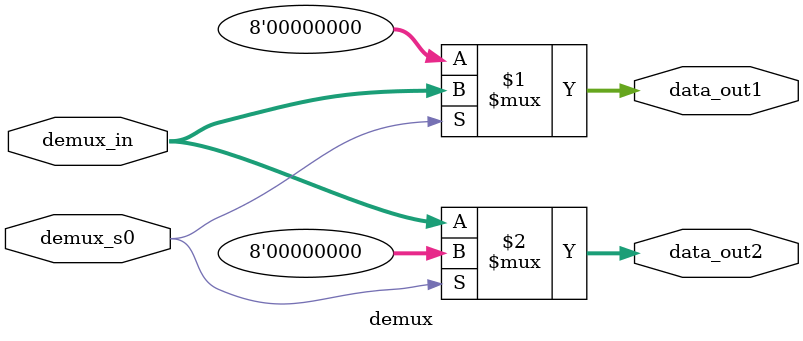
<source format=v>

module demux(
    input  wire  [7:0] demux_in,   // 8-bit input data
    input  wire        demux_s0,    // select signal
    output wire  [7:0] data_out1,   // output when demux_s0 = 1
    output wire  [7:0] data_out2    // output when demux_s0 = 0
);

    // If demux_s0 = 1:
    //   data_out1 gets demux_in, data_out2 = 0
    // If demux_s0 = 0:
    //   data_out2 gets demux_in, data_out1 = 0
    assign data_out1 = demux_s0 ? demux_in : 8'b0;
    assign data_out2 = demux_s0 ? 8'b0     : demux_in;

endmodule

</source>
